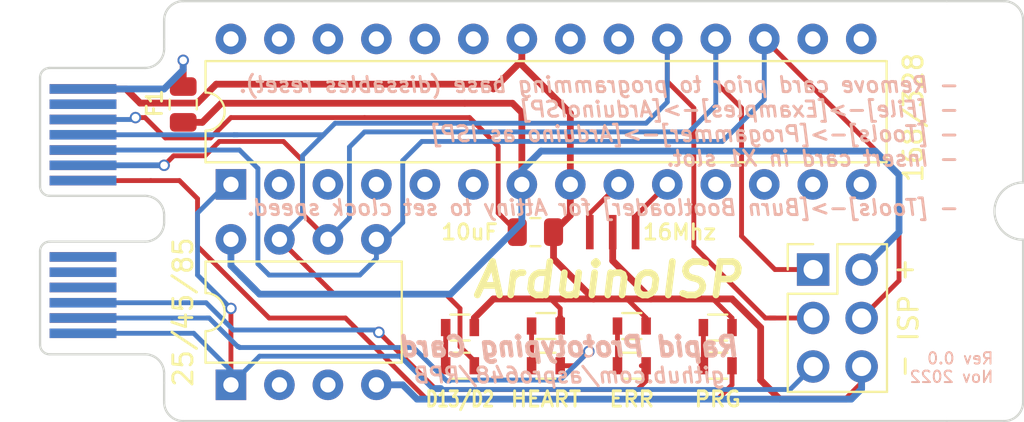
<source format=kicad_pcb>
(kicad_pcb (version 20171130) (host pcbnew "(5.1.10)-1")

  (general
    (thickness 1.6)
    (drawings 12)
    (tracks 204)
    (zones 0)
    (modules 15)
    (nets 18)
  )

  (page A)
  (title_block
    (title "Beetje 32U4 Blok")
    (date 2018-08-10)
    (rev 0.0)
    (company www.MakersBox.us)
    (comment 1 648.ken@gmail.com)
  )

  (layers
    (0 F.Cu signal)
    (31 B.Cu signal)
    (32 B.Adhes user)
    (33 F.Adhes user)
    (34 B.Paste user)
    (35 F.Paste user)
    (36 B.SilkS user)
    (37 F.SilkS user)
    (38 B.Mask user)
    (39 F.Mask user hide)
    (40 Dwgs.User user hide)
    (41 Cmts.User user)
    (42 Eco1.User user)
    (43 Eco2.User user)
    (44 Edge.Cuts user)
    (45 Margin user)
    (46 B.CrtYd user hide)
    (47 F.CrtYd user)
    (48 B.Fab user hide)
    (49 F.Fab user)
  )

  (setup
    (last_trace_width 0.254)
    (user_trace_width 0.3048)
    (user_trace_width 0.3556)
    (user_trace_width 0.4064)
    (user_trace_width 0.6096)
    (trace_clearance 0.2)
    (zone_clearance 0.35)
    (zone_45_only no)
    (trace_min 0.2)
    (via_size 0.6)
    (via_drill 0.4)
    (via_min_size 0.4)
    (via_min_drill 0.3)
    (uvia_size 0.3)
    (uvia_drill 0.1)
    (uvias_allowed no)
    (uvia_min_size 0.2)
    (uvia_min_drill 0.1)
    (edge_width 0.15)
    (segment_width 0.2)
    (pcb_text_width 0.3)
    (pcb_text_size 1.5 1.5)
    (mod_edge_width 0.15)
    (mod_text_size 1 1)
    (mod_text_width 0.15)
    (pad_size 0.5 3.500001)
    (pad_drill 0)
    (pad_to_mask_clearance 0)
    (aux_axis_origin 0 0)
    (visible_elements 7FFFFFFF)
    (pcbplotparams
      (layerselection 0x010f0_80000001)
      (usegerberextensions false)
      (usegerberattributes true)
      (usegerberadvancedattributes true)
      (creategerberjobfile true)
      (excludeedgelayer true)
      (linewidth 0.100000)
      (plotframeref false)
      (viasonmask false)
      (mode 1)
      (useauxorigin false)
      (hpglpennumber 1)
      (hpglpenspeed 20)
      (hpglpendiameter 15.000000)
      (psnegative false)
      (psa4output false)
      (plotreference true)
      (plotvalue true)
      (plotinvisibletext false)
      (padsonsilk false)
      (subtractmaskfromsilk false)
      (outputformat 1)
      (mirror false)
      (drillshape 0)
      (scaleselection 1)
      (outputdirectory "gerbers/"))
  )

  (net 0 "")
  (net 1 GND)
  (net 2 +5V)
  (net 3 /RESET)
  (net 4 /LED_HB)
  (net 5 "Net-(D1-Pad1)")
  (net 6 "Net-(D2-Pad1)")
  (net 7 /LED_ERR)
  (net 8 /LED_PMODE)
  (net 9 "Net-(D3-Pad1)")
  (net 10 /MISO)
  (net 11 /SCK)
  (net 12 /MOSI)
  (net 13 /RST)
  (net 14 "Net-(U2-Pad9)")
  (net 15 "Net-(U2-Pad10)")
  (net 16 "Net-(D4-Pad1)")
  (net 17 "Net-(F1-Pad1)")

  (net_class Default "This is the default net class."
    (clearance 0.2)
    (trace_width 0.254)
    (via_dia 0.6)
    (via_drill 0.4)
    (uvia_dia 0.3)
    (uvia_drill 0.1)
    (add_net +5V)
    (add_net /LED_ERR)
    (add_net /LED_HB)
    (add_net /LED_PMODE)
    (add_net /MISO)
    (add_net /MOSI)
    (add_net /RESET)
    (add_net /RST)
    (add_net /SCK)
    (add_net GND)
    (add_net "Net-(D1-Pad1)")
    (add_net "Net-(D2-Pad1)")
    (add_net "Net-(D3-Pad1)")
    (add_net "Net-(D4-Pad1)")
    (add_net "Net-(F1-Pad1)")
    (add_net "Net-(U2-Pad10)")
    (add_net "Net-(U2-Pad9)")
  )

  (module footprints:R_0603 (layer F.Cu) (tedit 638D4183) (tstamp 637C6CED)
    (at 31 -2)
    (descr "Resistor SMD 0603, reflow soldering, Vishay (see dcrcw.pdf)")
    (tags "resistor 0603")
    (path /63821381)
    (attr smd)
    (fp_text reference D2 (at 1.905 0 180) (layer Dwgs.User)
      (effects (font (size 1 1) (thickness 0.15)))
    )
    (fp_text value ERR (at 0 1.75 180) (layer F.SilkS)
      (effects (font (size 0.8 0.8) (thickness 0.15)))
    )
    (fp_line (start -0.8 0.4) (end -0.8 -0.4) (layer F.Fab) (width 0.1))
    (fp_line (start 0.8 0.4) (end -0.8 0.4) (layer F.Fab) (width 0.1))
    (fp_line (start 0.8 -0.4) (end 0.8 0.4) (layer F.Fab) (width 0.1))
    (fp_line (start -0.8 -0.4) (end 0.8 -0.4) (layer F.Fab) (width 0.1))
    (fp_line (start 0.5 0.68) (end -0.5 0.68) (layer F.SilkS) (width 0.12))
    (fp_line (start -0.5 -0.68) (end 0.5 -0.68) (layer F.SilkS) (width 0.12))
    (fp_line (start -1.25 -0.7) (end 1.25 -0.7) (layer F.CrtYd) (width 0.05))
    (fp_line (start -1.25 -0.7) (end -1.25 0.7) (layer F.CrtYd) (width 0.05))
    (fp_line (start 1.25 0.7) (end 1.25 -0.7) (layer F.CrtYd) (width 0.05))
    (fp_line (start 1.25 0.7) (end -1.25 0.7) (layer F.CrtYd) (width 0.05))
    (fp_text user %R (at 0 0 180) (layer F.Fab)
      (effects (font (size 0.4 0.4) (thickness 0.075)))
    )
    (pad 1 smd rect (at -0.75 0) (size 0.5 0.9) (layers F.Cu F.Paste F.Mask)
      (net 6 "Net-(D2-Pad1)"))
    (pad 2 smd rect (at 0.75 0) (size 0.5 0.9) (layers F.Cu F.Paste F.Mask)
      (net 7 /LED_ERR))
    (model ${KISYS3DMOD}/LED_SMD.3dshapes/LED_0805_2012Metric.step
      (at (xyz 0 0 0))
      (scale (xyz 1 1 1))
      (rotate (xyz 0 0 0))
    )
  )

  (module footprints:R_0603 (layer F.Cu) (tedit 636E7A48) (tstamp 637DA7AF)
    (at 35.5 -4 180)
    (descr "Resistor SMD 0603, reflow soldering, Vishay (see dcrcw.pdf)")
    (tags "resistor 0603")
    (path /638224E9)
    (attr smd)
    (fp_text reference R4 (at 1.905 0 180) (layer Dwgs.User)
      (effects (font (size 1 1) (thickness 0.15)))
    )
    (fp_text value 1K (at -1.905 0 180) (layer F.Fab)
      (effects (font (size 1 1) (thickness 0.15)))
    )
    (fp_line (start -0.8 0.4) (end -0.8 -0.4) (layer F.Fab) (width 0.1))
    (fp_line (start 0.8 0.4) (end -0.8 0.4) (layer F.Fab) (width 0.1))
    (fp_line (start 0.8 -0.4) (end 0.8 0.4) (layer F.Fab) (width 0.1))
    (fp_line (start -0.8 -0.4) (end 0.8 -0.4) (layer F.Fab) (width 0.1))
    (fp_line (start 0.5 0.68) (end -0.5 0.68) (layer F.SilkS) (width 0.12))
    (fp_line (start -0.5 -0.68) (end 0.5 -0.68) (layer F.SilkS) (width 0.12))
    (fp_line (start -1.25 -0.7) (end 1.25 -0.7) (layer F.CrtYd) (width 0.05))
    (fp_line (start -1.25 -0.7) (end -1.25 0.7) (layer F.CrtYd) (width 0.05))
    (fp_line (start 1.25 0.7) (end 1.25 -0.7) (layer F.CrtYd) (width 0.05))
    (fp_line (start 1.25 0.7) (end -1.25 0.7) (layer F.CrtYd) (width 0.05))
    (fp_text user %R (at 0 0 180) (layer F.Fab)
      (effects (font (size 0.4 0.4) (thickness 0.075)))
    )
    (pad 1 smd rect (at -0.75 0 180) (size 0.5 0.9) (layers F.Cu F.Paste F.Mask)
      (net 1 GND))
    (pad 2 smd rect (at 0.75 0 180) (size 0.5 0.9) (layers F.Cu F.Paste F.Mask)
      (net 9 "Net-(D3-Pad1)"))
    (model ${KISYS3DMOD}/Resistor_SMD.3dshapes/R_0603_1608Metric.step
      (at (xyz 0 0 0))
      (scale (xyz 1 1 1))
      (rotate (xyz 0 0 0))
    )
  )

  (module footprints:MEC8-113-CARD_2 locked (layer F.Cu) (tedit 637EA67F) (tstamp 63811A3B)
    (at 0 -0.1 90)
    (path /63771AB0)
    (fp_text reference X0 (at 4.375 -1.25 90) (layer F.Fab)
      (effects (font (size 1 1) (thickness 0.15)))
    )
    (fp_text value "Card Edge" (at 10.9 -1 90) (layer F.Fab)
      (effects (font (size 1 1) (thickness 0.15)))
    )
    (fp_line (start 21 50.5) (end 21 47.5) (layer Edge.Cuts) (width 0.12))
    (fp_line (start 19 51.5) (end 20 51.5) (layer Edge.Cuts) (width 0.12))
    (fp_line (start 0 51.5) (end 1 51.5) (layer Edge.Cuts) (width 0.12))
    (fp_line (start -1 50.5) (end -1 47.5) (layer Edge.Cuts) (width 0.12))
    (fp_line (start 19 6.5) (end 20 6.5) (layer Edge.Cuts) (width 0.12))
    (fp_line (start 0 6.5) (end 1 6.5) (layer Edge.Cuts) (width 0.12))
    (fp_line (start 17 0) (end 11.3 0) (layer Edge.Cuts) (width 0.12))
    (fp_line (start 3 0) (end 7.9 0) (layer Edge.Cuts) (width 0.12))
    (fp_line (start 9.4 6.5) (end 9.8 6.5) (layer Edge.Cuts) (width 0.12))
    (fp_line (start 10.8 5.5) (end 10.8 0.5) (layer Edge.Cuts) (width 0.12))
    (fp_line (start 8.4 0.5) (end 8.4 5.5) (layer Edge.Cuts) (width 0.12))
    (fp_line (start 2.5 0.5) (end 2.5 5.5) (layer Edge.Cuts) (width 0.12))
    (fp_line (start 17.5 0.5) (end 17.5 5.5) (layer Edge.Cuts) (width 0.12))
    (fp_line (start 18.5 6.5) (end 19 6.5) (layer Edge.Cuts) (width 0.12))
    (fp_line (start 1 6.5) (end 1.5 6.5) (layer Edge.Cuts) (width 0.12))
    (fp_line (start 10 11.5) (end 10 48.5) (layer Dwgs.User) (width 0.12))
    (fp_line (start 8.5 51.5) (end 1 51.5) (layer Edge.Cuts) (width 0.12))
    (fp_line (start 11.5 51.5) (end 19 51.5) (layer Edge.Cuts) (width 0.12))
    (fp_line (start 21 7.5) (end 21 47.5) (layer Edge.Cuts) (width 0.12))
    (fp_line (start -1 47.5) (end -1 7.5) (layer Edge.Cuts) (width 0.12))
    (fp_arc (start 10 51.5) (end 13.5 51.5) (angle -180) (layer Dwgs.User) (width 0.12))
    (fp_arc (start 3 0.5) (end 3 0) (angle -90) (layer Edge.Cuts) (width 0.12))
    (fp_arc (start 17 0.5) (end 17.5 0.5) (angle -90) (layer Edge.Cuts) (width 0.12))
    (fp_arc (start 11.3 0.5) (end 11.3 0) (angle -90) (layer Edge.Cuts) (width 0.12))
    (fp_arc (start 7.9 0.5) (end 8.4 0.5) (angle -90) (layer Edge.Cuts) (width 0.12))
    (fp_arc (start 9.8 5.5) (end 9.8 6.5) (angle -90) (layer Edge.Cuts) (width 0.12))
    (fp_arc (start 9.4 5.5) (end 8.4 5.5) (angle -90) (layer Edge.Cuts) (width 0.12))
    (fp_arc (start 1.5 5.5) (end 1.5 6.5) (angle -90) (layer Edge.Cuts) (width 0.12))
    (fp_arc (start 18.5 5.5) (end 17.5 5.5) (angle -90) (layer Edge.Cuts) (width 0.12))
    (fp_arc (start 20 7.5) (end 21 7.5) (angle -90) (layer Edge.Cuts) (width 0.12))
    (fp_arc (start 0 7.5) (end 0 6.5) (angle -90) (layer Edge.Cuts) (width 0.12))
    (fp_arc (start 0 50.5) (end -1 50.5) (angle -90) (layer Edge.Cuts) (width 0.12))
    (fp_arc (start 20 50.5) (end 20 51.5) (angle -90) (layer Edge.Cuts) (width 0.12))
    (fp_arc (start 10 51.5) (end 11.5 51.5) (angle -180) (layer Edge.Cuts) (width 0.12))
    (pad 13 smd rect (at 16.4 2.25 90) (size 0.5 3.5) (layers B.Cu B.Paste B.Mask)
      (net 17 "Net-(F1-Pad1)"))
    (pad 26 smd rect (at 16.4 2.25 90) (size 0.5 3.5) (layers F.Cu F.Paste F.Mask)
      (net 1 GND))
    (pad 12 smd rect (at 15.6 2.25 90) (size 0.5 3.5) (layers B.Cu B.Paste B.Mask))
    (pad 25 smd rect (at 15.6 2.25 90) (size 0.5 3.5) (layers F.Cu F.Paste F.Mask))
    (pad 11 smd rect (at 14.8 2.25 90) (size 0.5 3.5) (layers B.Cu B.Paste B.Mask)
      (net 3 /RESET))
    (pad 24 smd rect (at 14.8 2.25 90) (size 0.5 3.5) (layers F.Cu F.Paste F.Mask))
    (pad 10 smd rect (at 14 2.25 90) (size 0.5 3.5) (layers B.Cu B.Paste B.Mask)
      (net 11 /SCK))
    (pad 23 smd rect (at 14 2.25 90) (size 0.5 3.5) (layers F.Cu F.Paste F.Mask))
    (pad 9 smd rect (at 13.2 2.25 90) (size 0.5 3.5) (layers B.Cu B.Paste B.Mask)
      (net 12 /MOSI))
    (pad 22 smd rect (at 13.2 2.25 90) (size 0.5 3.5) (layers F.Cu F.Paste F.Mask))
    (pad 8 smd rect (at 12.4 2.25 90) (size 0.5 3.5) (layers B.Cu B.Paste B.Mask)
      (net 10 /MISO))
    (pad 21 smd rect (at 12.4 2.25 90) (size 0.5 3.5) (layers F.Cu F.Paste F.Mask))
    (pad 7 smd rect (at 11.6 2.25 90) (size 0.5 3.5) (layers B.Cu B.Paste B.Mask))
    (pad 20 smd rect (at 11.6 2.25 90) (size 0.5 3.5) (layers F.Cu F.Paste F.Mask)
      (net 8 /LED_PMODE))
    (pad 6 smd rect (at 7.6 2.25 90) (size 0.5 3.5) (layers B.Cu B.Paste B.Mask))
    (pad 19 smd rect (at 7.6 2.25 90) (size 0.5 3.5) (layers F.Cu F.Paste F.Mask))
    (pad 5 smd rect (at 6.8 2.25 90) (size 0.5 3.5) (layers B.Cu B.Paste B.Mask))
    (pad 18 smd rect (at 6.8 2.25 90) (size 0.5 3.5) (layers F.Cu F.Paste F.Mask))
    (pad 4 smd rect (at 6 2.25 90) (size 0.5 3.5) (layers B.Cu B.Paste B.Mask))
    (pad 17 smd rect (at 6 2.25 90) (size 0.5 3.5) (layers F.Cu F.Paste F.Mask))
    (pad 3 smd rect (at 5.2 2.25 90) (size 0.5 3.5) (layers B.Cu B.Paste B.Mask)
      (net 7 /LED_ERR))
    (pad 16 smd rect (at 5.2 2.25 90) (size 0.5 3.5) (layers F.Cu F.Paste F.Mask))
    (pad 2 smd rect (at 4.4 2.25 90) (size 0.5 3.5) (layers B.Cu B.Paste B.Mask)
      (net 4 /LED_HB))
    (pad 15 smd rect (at 4.4 2.25 90) (size 0.5 3.5) (layers F.Cu F.Paste F.Mask))
    (pad 1 smd rect (at 3.6 2.25 90) (size 0.5 3.5) (layers B.Cu B.Paste B.Mask)
      (net 13 /RST))
    (pad 14 smd rect (at 3.6 2.25 90) (size 0.5 3.5) (layers F.Cu F.Paste F.Mask))
  )

  (module Capacitor_SMD:C_0805_2012Metric (layer F.Cu) (tedit 5F68FEEE) (tstamp 637C718D)
    (at 25.95 -9)
    (descr "Capacitor SMD 0805 (2012 Metric), square (rectangular) end terminal, IPC_7351 nominal, (Body size source: IPC-SM-782 page 76, https://www.pcb-3d.com/wordpress/wp-content/uploads/ipc-sm-782a_amendment_1_and_2.pdf, https://docs.google.com/spreadsheets/d/1BsfQQcO9C6DZCsRaXUlFlo91Tg2WpOkGARC1WS5S8t0/edit?usp=sharing), generated with kicad-footprint-generator")
    (tags capacitor)
    (path /63842E4D)
    (attr smd)
    (fp_text reference C1 (at 0 -1.68) (layer F.SilkS) hide
      (effects (font (size 1 1) (thickness 0.15)))
    )
    (fp_text value 10uF (at -3.45 0) (layer F.SilkS)
      (effects (font (size 0.8 0.8) (thickness 0.15)))
    )
    (fp_line (start 1.7 0.98) (end -1.7 0.98) (layer F.CrtYd) (width 0.05))
    (fp_line (start 1.7 -0.98) (end 1.7 0.98) (layer F.CrtYd) (width 0.05))
    (fp_line (start -1.7 -0.98) (end 1.7 -0.98) (layer F.CrtYd) (width 0.05))
    (fp_line (start -1.7 0.98) (end -1.7 -0.98) (layer F.CrtYd) (width 0.05))
    (fp_line (start -0.261252 0.735) (end 0.261252 0.735) (layer F.SilkS) (width 0.12))
    (fp_line (start -0.261252 -0.735) (end 0.261252 -0.735) (layer F.SilkS) (width 0.12))
    (fp_line (start 1 0.625) (end -1 0.625) (layer F.Fab) (width 0.1))
    (fp_line (start 1 -0.625) (end 1 0.625) (layer F.Fab) (width 0.1))
    (fp_line (start -1 -0.625) (end 1 -0.625) (layer F.Fab) (width 0.1))
    (fp_line (start -1 0.625) (end -1 -0.625) (layer F.Fab) (width 0.1))
    (fp_text user %R (at 0 0) (layer F.Fab)
      (effects (font (size 0.5 0.5) (thickness 0.08)))
    )
    (pad 1 smd roundrect (at -0.95 0) (size 1 1.45) (layers F.Cu F.Paste F.Mask) (roundrect_rratio 0.25)
      (net 3 /RESET))
    (pad 2 smd roundrect (at 0.95 0) (size 1 1.45) (layers F.Cu F.Paste F.Mask) (roundrect_rratio 0.25)
      (net 1 GND))
    (model ${KISYS3DMOD}/Capacitor_SMD.3dshapes/C_0805_2012Metric.wrl
      (at (xyz 0 0 0))
      (scale (xyz 1 1 1))
      (rotate (xyz 0 0 0))
    )
  )

  (module footprints:R_0603 (layer F.Cu) (tedit 636E7A48) (tstamp 637C6A1A)
    (at 26.5 -4.08 180)
    (descr "Resistor SMD 0603, reflow soldering, Vishay (see dcrcw.pdf)")
    (tags "resistor 0603")
    (path /63821ACB)
    (attr smd)
    (fp_text reference R2 (at 1.905 0 180) (layer Dwgs.User)
      (effects (font (size 1 1) (thickness 0.15)))
    )
    (fp_text value 1K (at -1.905 0 180) (layer F.Fab)
      (effects (font (size 1 1) (thickness 0.15)))
    )
    (fp_line (start -0.8 0.4) (end -0.8 -0.4) (layer F.Fab) (width 0.1))
    (fp_line (start 0.8 0.4) (end -0.8 0.4) (layer F.Fab) (width 0.1))
    (fp_line (start 0.8 -0.4) (end 0.8 0.4) (layer F.Fab) (width 0.1))
    (fp_line (start -0.8 -0.4) (end 0.8 -0.4) (layer F.Fab) (width 0.1))
    (fp_line (start 0.5 0.68) (end -0.5 0.68) (layer F.SilkS) (width 0.12))
    (fp_line (start -0.5 -0.68) (end 0.5 -0.68) (layer F.SilkS) (width 0.12))
    (fp_line (start -1.25 -0.7) (end 1.25 -0.7) (layer F.CrtYd) (width 0.05))
    (fp_line (start -1.25 -0.7) (end -1.25 0.7) (layer F.CrtYd) (width 0.05))
    (fp_line (start 1.25 0.7) (end 1.25 -0.7) (layer F.CrtYd) (width 0.05))
    (fp_line (start 1.25 0.7) (end -1.25 0.7) (layer F.CrtYd) (width 0.05))
    (fp_text user %R (at 0 0 180) (layer F.Fab)
      (effects (font (size 0.4 0.4) (thickness 0.075)))
    )
    (pad 1 smd rect (at -0.75 0 180) (size 0.5 0.9) (layers F.Cu F.Paste F.Mask)
      (net 1 GND))
    (pad 2 smd rect (at 0.75 0 180) (size 0.5 0.9) (layers F.Cu F.Paste F.Mask)
      (net 5 "Net-(D1-Pad1)"))
    (model ${KISYS3DMOD}/Resistor_SMD.3dshapes/R_0603_1608Metric.step
      (at (xyz 0 0 0))
      (scale (xyz 1 1 1))
      (rotate (xyz 0 0 0))
    )
  )

  (module footprints:R_0603 (layer F.Cu) (tedit 636E7A48) (tstamp 637DA082)
    (at 22 -4 180)
    (descr "Resistor SMD 0603, reflow soldering, Vishay (see dcrcw.pdf)")
    (tags "resistor 0603")
    (path /63878434)
    (attr smd)
    (fp_text reference R1 (at 1.905 0 180) (layer Dwgs.User)
      (effects (font (size 1 1) (thickness 0.15)))
    )
    (fp_text value 1K (at -1.905 0 180) (layer F.Fab)
      (effects (font (size 1 1) (thickness 0.15)))
    )
    (fp_line (start 1.25 0.7) (end -1.25 0.7) (layer F.CrtYd) (width 0.05))
    (fp_line (start 1.25 0.7) (end 1.25 -0.7) (layer F.CrtYd) (width 0.05))
    (fp_line (start -1.25 -0.7) (end -1.25 0.7) (layer F.CrtYd) (width 0.05))
    (fp_line (start -1.25 -0.7) (end 1.25 -0.7) (layer F.CrtYd) (width 0.05))
    (fp_line (start -0.5 -0.68) (end 0.5 -0.68) (layer F.SilkS) (width 0.12))
    (fp_line (start 0.5 0.68) (end -0.5 0.68) (layer F.SilkS) (width 0.12))
    (fp_line (start -0.8 -0.4) (end 0.8 -0.4) (layer F.Fab) (width 0.1))
    (fp_line (start 0.8 -0.4) (end 0.8 0.4) (layer F.Fab) (width 0.1))
    (fp_line (start 0.8 0.4) (end -0.8 0.4) (layer F.Fab) (width 0.1))
    (fp_line (start -0.8 0.4) (end -0.8 -0.4) (layer F.Fab) (width 0.1))
    (fp_text user %R (at 0 0 180) (layer F.Fab)
      (effects (font (size 0.4 0.4) (thickness 0.075)))
    )
    (pad 2 smd rect (at 0.75 0 180) (size 0.5 0.9) (layers F.Cu F.Paste F.Mask)
      (net 16 "Net-(D4-Pad1)"))
    (pad 1 smd rect (at -0.75 0 180) (size 0.5 0.9) (layers F.Cu F.Paste F.Mask)
      (net 1 GND))
    (model ${KISYS3DMOD}/Resistor_SMD.3dshapes/R_0603_1608Metric.step
      (at (xyz 0 0 0))
      (scale (xyz 1 1 1))
      (rotate (xyz 0 0 0))
    )
  )

  (module footprints:R_0603 (layer F.Cu) (tedit 636E7A48) (tstamp 637DAFAC)
    (at 22 -2)
    (descr "Resistor SMD 0603, reflow soldering, Vishay (see dcrcw.pdf)")
    (tags "resistor 0603")
    (path /63878055)
    (attr smd)
    (fp_text reference D4 (at 1.905 0 180) (layer Dwgs.User)
      (effects (font (size 1 1) (thickness 0.15)))
    )
    (fp_text value D13/D2 (at 0 1.75 180) (layer F.SilkS)
      (effects (font (size 0.8 0.6) (thickness 0.15)))
    )
    (fp_line (start -0.8 0.4) (end -0.8 -0.4) (layer F.Fab) (width 0.1))
    (fp_line (start 0.8 0.4) (end -0.8 0.4) (layer F.Fab) (width 0.1))
    (fp_line (start 0.8 -0.4) (end 0.8 0.4) (layer F.Fab) (width 0.1))
    (fp_line (start -0.8 -0.4) (end 0.8 -0.4) (layer F.Fab) (width 0.1))
    (fp_line (start 0.5 0.68) (end -0.5 0.68) (layer F.SilkS) (width 0.12))
    (fp_line (start -0.5 -0.68) (end 0.5 -0.68) (layer F.SilkS) (width 0.12))
    (fp_line (start -1.25 -0.7) (end 1.25 -0.7) (layer F.CrtYd) (width 0.05))
    (fp_line (start -1.25 -0.7) (end -1.25 0.7) (layer F.CrtYd) (width 0.05))
    (fp_line (start 1.25 0.7) (end 1.25 -0.7) (layer F.CrtYd) (width 0.05))
    (fp_line (start 1.25 0.7) (end -1.25 0.7) (layer F.CrtYd) (width 0.05))
    (fp_text user %R (at 0 0 180) (layer F.Fab)
      (effects (font (size 0.4 0.4) (thickness 0.075)))
    )
    (pad 1 smd rect (at -0.75 0) (size 0.5 0.9) (layers F.Cu F.Paste F.Mask)
      (net 16 "Net-(D4-Pad1)"))
    (pad 2 smd rect (at 0.75 0) (size 0.5 0.9) (layers F.Cu F.Paste F.Mask)
      (net 11 /SCK))
    (model ${KISYS3DMOD}/Resistors_SMD.3dshapes/R_0603.wrl
      (at (xyz 0 0 0))
      (scale (xyz 1 1 1))
      (rotate (xyz 0 0 0))
    )
    (model ${KISYS3DMOD}/LED_SMD.3dshapes/LED_0805_2012Metric.wrl
      (at (xyz 0 0 0))
      (scale (xyz 1 1 1))
      (rotate (xyz 0 0 0))
    )
  )

  (module footprints:R_0603 (layer F.Cu) (tedit 636E7A48) (tstamp 637C6E18)
    (at 26.5 -2)
    (descr "Resistor SMD 0603, reflow soldering, Vishay (see dcrcw.pdf)")
    (tags "resistor 0603")
    (path /63820BA2)
    (attr smd)
    (fp_text reference D1 (at 1.905 0 180) (layer Dwgs.User)
      (effects (font (size 1 1) (thickness 0.15)))
    )
    (fp_text value HEART (at 0 1.75 180) (layer F.SilkS)
      (effects (font (size 0.8 0.8) (thickness 0.15)))
    )
    (fp_line (start 1.25 0.7) (end -1.25 0.7) (layer F.CrtYd) (width 0.05))
    (fp_line (start 1.25 0.7) (end 1.25 -0.7) (layer F.CrtYd) (width 0.05))
    (fp_line (start -1.25 -0.7) (end -1.25 0.7) (layer F.CrtYd) (width 0.05))
    (fp_line (start -1.25 -0.7) (end 1.25 -0.7) (layer F.CrtYd) (width 0.05))
    (fp_line (start -0.5 -0.68) (end 0.5 -0.68) (layer F.SilkS) (width 0.12))
    (fp_line (start 0.5 0.68) (end -0.5 0.68) (layer F.SilkS) (width 0.12))
    (fp_line (start -0.8 -0.4) (end 0.8 -0.4) (layer F.Fab) (width 0.1))
    (fp_line (start 0.8 -0.4) (end 0.8 0.4) (layer F.Fab) (width 0.1))
    (fp_line (start 0.8 0.4) (end -0.8 0.4) (layer F.Fab) (width 0.1))
    (fp_line (start -0.8 0.4) (end -0.8 -0.4) (layer F.Fab) (width 0.1))
    (fp_text user %R (at 0 0 180) (layer F.Fab)
      (effects (font (size 0.4 0.4) (thickness 0.075)))
    )
    (pad 2 smd rect (at 0.75 0) (size 0.5 0.9) (layers F.Cu F.Paste F.Mask)
      (net 4 /LED_HB))
    (pad 1 smd rect (at -0.75 0) (size 0.5 0.9) (layers F.Cu F.Paste F.Mask)
      (net 5 "Net-(D1-Pad1)"))
    (model ${KISYS3DMOD}/LED_SMD.3dshapes/LED_0805_2012Metric.wrl
      (at (xyz 0 0 0))
      (scale (xyz 1 1 1))
      (rotate (xyz 0 0 0))
    )
  )

  (module footprints:R_0603 (layer F.Cu) (tedit 636E7A48) (tstamp 637DA848)
    (at 35.5 -2)
    (descr "Resistor SMD 0603, reflow soldering, Vishay (see dcrcw.pdf)")
    (tags "resistor 0603")
    (path /638216EC)
    (attr smd)
    (fp_text reference D3 (at 1.905 0 180) (layer Dwgs.User)
      (effects (font (size 1 1) (thickness 0.15)))
    )
    (fp_text value PRG (at 0 1.75 180) (layer F.SilkS)
      (effects (font (size 0.8 0.8) (thickness 0.15)))
    )
    (fp_line (start 1.25 0.7) (end -1.25 0.7) (layer F.CrtYd) (width 0.05))
    (fp_line (start 1.25 0.7) (end 1.25 -0.7) (layer F.CrtYd) (width 0.05))
    (fp_line (start -1.25 -0.7) (end -1.25 0.7) (layer F.CrtYd) (width 0.05))
    (fp_line (start -1.25 -0.7) (end 1.25 -0.7) (layer F.CrtYd) (width 0.05))
    (fp_line (start -0.5 -0.68) (end 0.5 -0.68) (layer F.SilkS) (width 0.12))
    (fp_line (start 0.5 0.68) (end -0.5 0.68) (layer F.SilkS) (width 0.12))
    (fp_line (start -0.8 -0.4) (end 0.8 -0.4) (layer F.Fab) (width 0.1))
    (fp_line (start 0.8 -0.4) (end 0.8 0.4) (layer F.Fab) (width 0.1))
    (fp_line (start 0.8 0.4) (end -0.8 0.4) (layer F.Fab) (width 0.1))
    (fp_line (start -0.8 0.4) (end -0.8 -0.4) (layer F.Fab) (width 0.1))
    (fp_text user %R (at 0 0 180) (layer F.Fab)
      (effects (font (size 0.4 0.4) (thickness 0.075)))
    )
    (pad 2 smd rect (at 0.75 0) (size 0.5 0.9) (layers F.Cu F.Paste F.Mask)
      (net 8 /LED_PMODE))
    (pad 1 smd rect (at -0.75 0) (size 0.5 0.9) (layers F.Cu F.Paste F.Mask)
      (net 9 "Net-(D3-Pad1)"))
    (model ${KISYS3DMOD}/LED_SMD.3dshapes/LED_0805_2012Metric.step
      (at (xyz 0 0 0))
      (scale (xyz 1 1 1))
      (rotate (xyz 0 0 0))
    )
  )

  (module footprints:R_0603 (layer F.Cu) (tedit 636E7A48) (tstamp 638D1C54)
    (at 31 -4.08 180)
    (descr "Resistor SMD 0603, reflow soldering, Vishay (see dcrcw.pdf)")
    (tags "resistor 0603")
    (path /6382224C)
    (attr smd)
    (fp_text reference R3 (at 1.905 0 180) (layer Dwgs.User)
      (effects (font (size 1 1) (thickness 0.15)))
    )
    (fp_text value 1K (at -1.905 0 180) (layer F.Fab)
      (effects (font (size 1 1) (thickness 0.15)))
    )
    (fp_line (start 1.25 0.7) (end -1.25 0.7) (layer F.CrtYd) (width 0.05))
    (fp_line (start 1.25 0.7) (end 1.25 -0.7) (layer F.CrtYd) (width 0.05))
    (fp_line (start -1.25 -0.7) (end -1.25 0.7) (layer F.CrtYd) (width 0.05))
    (fp_line (start -1.25 -0.7) (end 1.25 -0.7) (layer F.CrtYd) (width 0.05))
    (fp_line (start -0.5 -0.68) (end 0.5 -0.68) (layer F.SilkS) (width 0.12))
    (fp_line (start 0.5 0.68) (end -0.5 0.68) (layer F.SilkS) (width 0.12))
    (fp_line (start -0.8 -0.4) (end 0.8 -0.4) (layer F.Fab) (width 0.1))
    (fp_line (start 0.8 -0.4) (end 0.8 0.4) (layer F.Fab) (width 0.1))
    (fp_line (start 0.8 0.4) (end -0.8 0.4) (layer F.Fab) (width 0.1))
    (fp_line (start -0.8 0.4) (end -0.8 -0.4) (layer F.Fab) (width 0.1))
    (fp_text user %R (at 0 0 180) (layer F.Fab)
      (effects (font (size 0.4 0.4) (thickness 0.075)))
    )
    (pad 2 smd rect (at 0.75 0 180) (size 0.5 0.9) (layers F.Cu F.Paste F.Mask)
      (net 6 "Net-(D2-Pad1)"))
    (pad 1 smd rect (at -0.75 0 180) (size 0.5 0.9) (layers F.Cu F.Paste F.Mask)
      (net 1 GND))
    (model ${KISYS3DMOD}/Resistor_SMD.3dshapes/R_0603_1608Metric.step
      (at (xyz 0 0 0))
      (scale (xyz 1 1 1))
      (rotate (xyz 0 0 0))
    )
  )

  (module Package_DIP:DIP-28_W7.62mm (layer F.Cu) (tedit 5A02E8C5) (tstamp 637C62A6)
    (at 10 -11.5 90)
    (descr "28-lead though-hole mounted DIP package, row spacing 7.62 mm (300 mils)")
    (tags "THT DIP DIL PDIP 2.54mm 7.62mm 300mil")
    (path /637F79BA)
    (fp_text reference U2 (at 3.81 -2.33 90) (layer F.SilkS) hide
      (effects (font (size 1 1) (thickness 0.15)))
    )
    (fp_text value 168/328 (at 3.5 35.75 90) (layer F.SilkS)
      (effects (font (size 1 1) (thickness 0.15)))
    )
    (fp_line (start 8.7 -1.55) (end -1.1 -1.55) (layer F.CrtYd) (width 0.05))
    (fp_line (start 8.7 34.55) (end 8.7 -1.55) (layer F.CrtYd) (width 0.05))
    (fp_line (start -1.1 34.55) (end 8.7 34.55) (layer F.CrtYd) (width 0.05))
    (fp_line (start -1.1 -1.55) (end -1.1 34.55) (layer F.CrtYd) (width 0.05))
    (fp_line (start 6.46 -1.33) (end 4.81 -1.33) (layer F.SilkS) (width 0.12))
    (fp_line (start 6.46 34.35) (end 6.46 -1.33) (layer F.SilkS) (width 0.12))
    (fp_line (start 1.16 34.35) (end 6.46 34.35) (layer F.SilkS) (width 0.12))
    (fp_line (start 1.16 -1.33) (end 1.16 34.35) (layer F.SilkS) (width 0.12))
    (fp_line (start 2.81 -1.33) (end 1.16 -1.33) (layer F.SilkS) (width 0.12))
    (fp_line (start 0.635 -0.27) (end 1.635 -1.27) (layer F.Fab) (width 0.1))
    (fp_line (start 0.635 34.29) (end 0.635 -0.27) (layer F.Fab) (width 0.1))
    (fp_line (start 6.985 34.29) (end 0.635 34.29) (layer F.Fab) (width 0.1))
    (fp_line (start 6.985 -1.27) (end 6.985 34.29) (layer F.Fab) (width 0.1))
    (fp_line (start 1.635 -1.27) (end 6.985 -1.27) (layer F.Fab) (width 0.1))
    (fp_arc (start 3.81 -1.33) (end 2.81 -1.33) (angle -180) (layer F.SilkS) (width 0.12))
    (fp_text user %R (at 3.81 16.51 90) (layer F.Fab)
      (effects (font (size 1 1) (thickness 0.15)))
    )
    (pad 1 thru_hole rect (at 0 0 90) (size 1.6 1.6) (drill 0.8) (layers *.Cu *.Mask)
      (net 13 /RST))
    (pad 15 thru_hole oval (at 7.62 33.02 90) (size 1.6 1.6) (drill 0.8) (layers *.Cu *.Mask))
    (pad 2 thru_hole oval (at 0 2.54 90) (size 1.6 1.6) (drill 0.8) (layers *.Cu *.Mask))
    (pad 16 thru_hole oval (at 7.62 30.48 90) (size 1.6 1.6) (drill 0.8) (layers *.Cu *.Mask))
    (pad 3 thru_hole oval (at 0 5.08 90) (size 1.6 1.6) (drill 0.8) (layers *.Cu *.Mask))
    (pad 17 thru_hole oval (at 7.62 27.94 90) (size 1.6 1.6) (drill 0.8) (layers *.Cu *.Mask)
      (net 12 /MOSI))
    (pad 4 thru_hole oval (at 0 7.62 90) (size 1.6 1.6) (drill 0.8) (layers *.Cu *.Mask))
    (pad 18 thru_hole oval (at 7.62 25.4 90) (size 1.6 1.6) (drill 0.8) (layers *.Cu *.Mask)
      (net 10 /MISO))
    (pad 5 thru_hole oval (at 0 10.16 90) (size 1.6 1.6) (drill 0.8) (layers *.Cu *.Mask))
    (pad 19 thru_hole oval (at 7.62 22.86 90) (size 1.6 1.6) (drill 0.8) (layers *.Cu *.Mask)
      (net 11 /SCK))
    (pad 6 thru_hole oval (at 0 12.7 90) (size 1.6 1.6) (drill 0.8) (layers *.Cu *.Mask))
    (pad 20 thru_hole oval (at 7.62 20.32 90) (size 1.6 1.6) (drill 0.8) (layers *.Cu *.Mask))
    (pad 7 thru_hole oval (at 0 15.24 90) (size 1.6 1.6) (drill 0.8) (layers *.Cu *.Mask)
      (net 2 +5V))
    (pad 21 thru_hole oval (at 7.62 17.78 90) (size 1.6 1.6) (drill 0.8) (layers *.Cu *.Mask))
    (pad 8 thru_hole oval (at 0 17.78 90) (size 1.6 1.6) (drill 0.8) (layers *.Cu *.Mask)
      (net 1 GND))
    (pad 22 thru_hole oval (at 7.62 15.24 90) (size 1.6 1.6) (drill 0.8) (layers *.Cu *.Mask)
      (net 1 GND))
    (pad 9 thru_hole oval (at 0 20.32 90) (size 1.6 1.6) (drill 0.8) (layers *.Cu *.Mask)
      (net 14 "Net-(U2-Pad9)"))
    (pad 23 thru_hole oval (at 7.62 12.7 90) (size 1.6 1.6) (drill 0.8) (layers *.Cu *.Mask))
    (pad 10 thru_hole oval (at 0 22.86 90) (size 1.6 1.6) (drill 0.8) (layers *.Cu *.Mask)
      (net 15 "Net-(U2-Pad10)"))
    (pad 24 thru_hole oval (at 7.62 10.16 90) (size 1.6 1.6) (drill 0.8) (layers *.Cu *.Mask))
    (pad 11 thru_hole oval (at 0 25.4 90) (size 1.6 1.6) (drill 0.8) (layers *.Cu *.Mask))
    (pad 25 thru_hole oval (at 7.62 7.62 90) (size 1.6 1.6) (drill 0.8) (layers *.Cu *.Mask))
    (pad 12 thru_hole oval (at 0 27.94 90) (size 1.6 1.6) (drill 0.8) (layers *.Cu *.Mask))
    (pad 26 thru_hole oval (at 7.62 5.08 90) (size 1.6 1.6) (drill 0.8) (layers *.Cu *.Mask))
    (pad 13 thru_hole oval (at 0 30.48 90) (size 1.6 1.6) (drill 0.8) (layers *.Cu *.Mask))
    (pad 27 thru_hole oval (at 7.62 2.54 90) (size 1.6 1.6) (drill 0.8) (layers *.Cu *.Mask))
    (pad 14 thru_hole oval (at 0 33.02 90) (size 1.6 1.6) (drill 0.8) (layers *.Cu *.Mask))
    (pad 28 thru_hole oval (at 7.62 0 90) (size 1.6 1.6) (drill 0.8) (layers *.Cu *.Mask))
    (model ${KIPRJMOD}/3D/ED281DT--3DModel-STEP-56544.STEP
      (offset (xyz 3.5 -16.5 -3.5))
      (scale (xyz 1 1 1))
      (rotate (xyz -90 0 -90))
    )
  )

  (module footprints:Resonator_SMD_CTSC_1.3mmx3.2mm (layer F.Cu) (tedit 636FC12A) (tstamp 637C615B)
    (at 30 -9 180)
    (descr "SMD Resomator/Filter Murata TPSKA, http://cdn-reichelt.de/documents/datenblatt/B400/SFECV-107.pdf, hand-soldering, 7.9x3.8mm^2 package")
    (tags "SMD SMT ceramic resonator filter filter hand-soldering")
    (path /6382A562)
    (attr smd)
    (fp_text reference Y1 (at -0.127 -1.27) (layer F.SilkS) hide
      (effects (font (size 1 1) (thickness 0.15)))
    )
    (fp_text value 16Mhz (at -3.5 0) (layer F.SilkS)
      (effects (font (size 0.8 0.8) (thickness 0.15)))
    )
    (fp_text user %R (at 0 0) (layer F.Fab)
      (effects (font (size 1 1) (thickness 0.15)))
    )
    (pad 1 smd rect (at -1.2 0 180) (size 0.4 1.8) (layers F.Cu F.Paste F.Mask)
      (net 15 "Net-(U2-Pad10)"))
    (pad 2 smd rect (at 0 0 180) (size 0.4 1.8) (layers F.Cu F.Paste F.Mask)
      (net 1 GND))
    (pad 3 smd rect (at 1.2 0 180) (size 0.4 1.8) (layers F.Cu F.Paste F.Mask)
      (net 14 "Net-(U2-Pad9)"))
    (model ${KISYS3DMOD}/Crystals.3dshapes/Resonator_SMD_muRata_TPSKA-3pin_7.9x3.8mm_HandSoldering.wrl
      (at (xyz 0 0 0))
      (scale (xyz 1 1 1))
      (rotate (xyz 0 0 0))
    )
    (model ${KIPRJMOD}/3D/resontator_CSTNE16M0V530000R0.STEP
      (at (xyz 0 0 0))
      (scale (xyz 1 1 1))
      (rotate (xyz -90 0 0))
    )
  )

  (module Package_DIP:DIP-8_W7.62mm (layer F.Cu) (tedit 5A02E8C5) (tstamp 637E52D5)
    (at 10 -1 90)
    (descr "8-lead though-hole mounted DIP package, row spacing 7.62 mm (300 mils)")
    (tags "THT DIP DIL PDIP 2.54mm 7.62mm 300mil")
    (path /6385AD11)
    (fp_text reference U1 (at 3.81 -2.33 90) (layer F.SilkS) hide
      (effects (font (size 1 1) (thickness 0.15)))
    )
    (fp_text value 25/45/85 (at 3.81 -2.5 90) (layer F.SilkS)
      (effects (font (size 1 1) (thickness 0.15)))
    )
    (fp_line (start 8.7 -1.55) (end -1.1 -1.55) (layer F.CrtYd) (width 0.05))
    (fp_line (start 8.7 9.15) (end 8.7 -1.55) (layer F.CrtYd) (width 0.05))
    (fp_line (start -1.1 9.15) (end 8.7 9.15) (layer F.CrtYd) (width 0.05))
    (fp_line (start -1.1 -1.55) (end -1.1 9.15) (layer F.CrtYd) (width 0.05))
    (fp_line (start 6.46 -1.33) (end 4.81 -1.33) (layer F.SilkS) (width 0.12))
    (fp_line (start 6.46 8.95) (end 6.46 -1.33) (layer F.SilkS) (width 0.12))
    (fp_line (start 1.16 8.95) (end 6.46 8.95) (layer F.SilkS) (width 0.12))
    (fp_line (start 1.16 -1.33) (end 1.16 8.95) (layer F.SilkS) (width 0.12))
    (fp_line (start 2.81 -1.33) (end 1.16 -1.33) (layer F.SilkS) (width 0.12))
    (fp_line (start 0.635 -0.27) (end 1.635 -1.27) (layer F.Fab) (width 0.1))
    (fp_line (start 0.635 8.89) (end 0.635 -0.27) (layer F.Fab) (width 0.1))
    (fp_line (start 6.985 8.89) (end 0.635 8.89) (layer F.Fab) (width 0.1))
    (fp_line (start 6.985 -1.27) (end 6.985 8.89) (layer F.Fab) (width 0.1))
    (fp_line (start 1.635 -1.27) (end 6.985 -1.27) (layer F.Fab) (width 0.1))
    (fp_arc (start 3.81 -1.33) (end 2.81 -1.33) (angle -180) (layer F.SilkS) (width 0.12))
    (fp_text user %R (at 3.81 3.81 90) (layer F.Fab)
      (effects (font (size 1 1) (thickness 0.15)))
    )
    (pad 1 thru_hole rect (at 0 0 90) (size 1.6 1.6) (drill 0.8) (layers *.Cu *.Mask)
      (net 13 /RST))
    (pad 5 thru_hole oval (at 7.62 7.62 90) (size 1.6 1.6) (drill 0.8) (layers *.Cu *.Mask)
      (net 12 /MOSI))
    (pad 2 thru_hole oval (at 0 2.54 90) (size 1.6 1.6) (drill 0.8) (layers *.Cu *.Mask))
    (pad 6 thru_hole oval (at 7.62 5.08 90) (size 1.6 1.6) (drill 0.8) (layers *.Cu *.Mask)
      (net 10 /MISO))
    (pad 3 thru_hole oval (at 0 5.08 90) (size 1.6 1.6) (drill 0.8) (layers *.Cu *.Mask))
    (pad 7 thru_hole oval (at 7.62 2.54 90) (size 1.6 1.6) (drill 0.8) (layers *.Cu *.Mask)
      (net 11 /SCK))
    (pad 4 thru_hole oval (at 0 7.62 90) (size 1.6 1.6) (drill 0.8) (layers *.Cu *.Mask)
      (net 1 GND))
    (pad 8 thru_hole oval (at 7.62 0 90) (size 1.6 1.6) (drill 0.8) (layers *.Cu *.Mask)
      (net 2 +5V))
    (model ${KIPRJMOD}/3D/c-1-2199298-2-a-3d.stp
      (offset (xyz 4 -4 4.5))
      (scale (xyz 1 1 1))
      (rotate (xyz 0 0 -90))
    )
  )

  (module Connector_PinHeader_2.54mm:PinHeader_2x03_P2.54mm_Vertical (layer F.Cu) (tedit 59FED5CC) (tstamp 637C7E5A)
    (at 40.5 -7.04)
    (descr "Through hole straight pin header, 2x03, 2.54mm pitch, double rows")
    (tags "Through hole pin header THT 2x03 2.54mm double row")
    (path /637F6C2A)
    (fp_text reference J1 (at 1.27 -2.33) (layer F.SilkS) hide
      (effects (font (size 1 1) (thickness 0.15)))
    )
    (fp_text value ISP (at 5 2.54 90) (layer F.SilkS)
      (effects (font (size 1 1) (thickness 0.15)))
    )
    (fp_line (start 4.35 -1.8) (end -1.8 -1.8) (layer F.CrtYd) (width 0.05))
    (fp_line (start 4.35 6.85) (end 4.35 -1.8) (layer F.CrtYd) (width 0.05))
    (fp_line (start -1.8 6.85) (end 4.35 6.85) (layer F.CrtYd) (width 0.05))
    (fp_line (start -1.8 -1.8) (end -1.8 6.85) (layer F.CrtYd) (width 0.05))
    (fp_line (start -1.33 -1.33) (end 0 -1.33) (layer F.SilkS) (width 0.12))
    (fp_line (start -1.33 0) (end -1.33 -1.33) (layer F.SilkS) (width 0.12))
    (fp_line (start 1.27 -1.33) (end 3.87 -1.33) (layer F.SilkS) (width 0.12))
    (fp_line (start 1.27 1.27) (end 1.27 -1.33) (layer F.SilkS) (width 0.12))
    (fp_line (start -1.33 1.27) (end 1.27 1.27) (layer F.SilkS) (width 0.12))
    (fp_line (start 3.87 -1.33) (end 3.87 6.41) (layer F.SilkS) (width 0.12))
    (fp_line (start -1.33 1.27) (end -1.33 6.41) (layer F.SilkS) (width 0.12))
    (fp_line (start -1.33 6.41) (end 3.87 6.41) (layer F.SilkS) (width 0.12))
    (fp_line (start -1.27 0) (end 0 -1.27) (layer F.Fab) (width 0.1))
    (fp_line (start -1.27 6.35) (end -1.27 0) (layer F.Fab) (width 0.1))
    (fp_line (start 3.81 6.35) (end -1.27 6.35) (layer F.Fab) (width 0.1))
    (fp_line (start 3.81 -1.27) (end 3.81 6.35) (layer F.Fab) (width 0.1))
    (fp_line (start 0 -1.27) (end 3.81 -1.27) (layer F.Fab) (width 0.1))
    (fp_text user %R (at 1.27 2.54 90) (layer F.Fab)
      (effects (font (size 1 1) (thickness 0.15)))
    )
    (pad 1 thru_hole rect (at 0 0) (size 1.7 1.7) (drill 1) (layers *.Cu *.Mask)
      (net 10 /MISO))
    (pad 2 thru_hole oval (at 2.54 0) (size 1.7 1.7) (drill 1) (layers *.Cu *.Mask)
      (net 2 +5V))
    (pad 3 thru_hole oval (at 0 2.54) (size 1.7 1.7) (drill 1) (layers *.Cu *.Mask)
      (net 11 /SCK))
    (pad 4 thru_hole oval (at 2.54 2.54) (size 1.7 1.7) (drill 1) (layers *.Cu *.Mask)
      (net 12 /MOSI))
    (pad 5 thru_hole oval (at 0 5.08) (size 1.7 1.7) (drill 1) (layers *.Cu *.Mask)
      (net 13 /RST))
    (pad 6 thru_hole oval (at 2.54 5.08) (size 1.7 1.7) (drill 1) (layers *.Cu *.Mask)
      (net 1 GND))
    (model ${KISYS3DMOD}/Connector_PinHeader_2.54mm.3dshapes/PinHeader_2x03_P2.54mm_Vertical.wrl
      (at (xyz 0 0 0))
      (scale (xyz 1 1 1))
      (rotate (xyz 0 0 0))
    )
  )

  (module Fuse:Fuse_0805_2012Metric (layer F.Cu) (tedit 5F68FEF1) (tstamp 63811A3A)
    (at 7.5 -15.6875 270)
    (descr "Fuse SMD 0805 (2012 Metric), square (rectangular) end terminal, IPC_7351 nominal, (Body size source: https://docs.google.com/spreadsheets/d/1BsfQQcO9C6DZCsRaXUlFlo91Tg2WpOkGARC1WS5S8t0/edit?usp=sharing), generated with kicad-footprint-generator")
    (tags fuse)
    (path /63BFAB33)
    (attr smd)
    (fp_text reference F1 (at -0.0625 1.5 90) (layer F.SilkS)
      (effects (font (size 0.8 0.8) (thickness 0.15)))
    )
    (fp_text value 54mA (at 0 1.65 90) (layer F.Fab)
      (effects (font (size 1 1) (thickness 0.15)))
    )
    (fp_line (start -1 0.6) (end -1 -0.6) (layer F.Fab) (width 0.1))
    (fp_line (start -1 -0.6) (end 1 -0.6) (layer F.Fab) (width 0.1))
    (fp_line (start 1 -0.6) (end 1 0.6) (layer F.Fab) (width 0.1))
    (fp_line (start 1 0.6) (end -1 0.6) (layer F.Fab) (width 0.1))
    (fp_line (start -0.258578 -0.71) (end 0.258578 -0.71) (layer F.SilkS) (width 0.12))
    (fp_line (start -0.258578 0.71) (end 0.258578 0.71) (layer F.SilkS) (width 0.12))
    (fp_line (start -1.68 0.95) (end -1.68 -0.95) (layer F.CrtYd) (width 0.05))
    (fp_line (start -1.68 -0.95) (end 1.68 -0.95) (layer F.CrtYd) (width 0.05))
    (fp_line (start 1.68 -0.95) (end 1.68 0.95) (layer F.CrtYd) (width 0.05))
    (fp_line (start 1.68 0.95) (end -1.68 0.95) (layer F.CrtYd) (width 0.05))
    (fp_text user %R (at 0 0 90) (layer F.Fab)
      (effects (font (size 0.5 0.5) (thickness 0.08)))
    )
    (pad 1 smd roundrect (at -0.9375 0 270) (size 0.975 1.4) (layers F.Cu F.Paste F.Mask) (roundrect_rratio 0.25)
      (net 17 "Net-(F1-Pad1)"))
    (pad 2 smd roundrect (at 0.9375 0 270) (size 0.975 1.4) (layers F.Cu F.Paste F.Mask) (roundrect_rratio 0.25)
      (net 2 +5V))
    (model ${KISYS3DMOD}/Fuse.3dshapes/Fuse_0805_2012Metric.wrl
      (at (xyz 0 0 0))
      (scale (xyz 1 1 1))
      (rotate (xyz 0 0 0))
    )
  )

  (dimension 4.5 (width 0.15) (layer Dwgs.User)
    (gr_text "4.500 mm" (at 33.25 2.05) (layer Dwgs.User)
      (effects (font (size 1 1) (thickness 0.15)))
    )
    (feature1 (pts (xy 35.5 -2) (xy 35.5 1.336421)))
    (feature2 (pts (xy 31 -2) (xy 31 1.336421)))
    (crossbar (pts (xy 31 0.75) (xy 35.5 0.75)))
    (arrow1a (pts (xy 35.5 0.75) (xy 34.373496 1.336421)))
    (arrow1b (pts (xy 35.5 0.75) (xy 34.373496 0.163579)))
    (arrow2a (pts (xy 31 0.75) (xy 32.126504 1.336421)))
    (arrow2b (pts (xy 31 0.75) (xy 32.126504 0.163579)))
  )
  (dimension 4.5 (width 0.15) (layer Dwgs.User)
    (gr_text "4.500 mm" (at 28.75 2.05) (layer Dwgs.User)
      (effects (font (size 1 1) (thickness 0.15)))
    )
    (feature1 (pts (xy 31 -2) (xy 31 1.336421)))
    (feature2 (pts (xy 26.5 -2) (xy 26.5 1.336421)))
    (crossbar (pts (xy 26.5 0.75) (xy 31 0.75)))
    (arrow1a (pts (xy 31 0.75) (xy 29.873496 1.336421)))
    (arrow1b (pts (xy 31 0.75) (xy 29.873496 0.163579)))
    (arrow2a (pts (xy 26.5 0.75) (xy 27.626504 1.336421)))
    (arrow2b (pts (xy 26.5 0.75) (xy 27.626504 0.163579)))
  )
  (dimension 4.5 (width 0.15) (layer Dwgs.User)
    (gr_text "4.500 mm" (at 24.25 2.05) (layer Dwgs.User)
      (effects (font (size 1 1) (thickness 0.15)))
    )
    (feature1 (pts (xy 26.5 -2) (xy 26.5 1.336421)))
    (feature2 (pts (xy 22 -2) (xy 22 1.336421)))
    (crossbar (pts (xy 22 0.75) (xy 26.5 0.75)))
    (arrow1a (pts (xy 26.5 0.75) (xy 25.373496 1.336421)))
    (arrow1b (pts (xy 26.5 0.75) (xy 25.373496 0.163579)))
    (arrow2a (pts (xy 22 0.75) (xy 23.126504 1.336421)))
    (arrow2b (pts (xy 22 0.75) (xy 23.126504 0.163579)))
  )
  (gr_text https://www.digikey.com/en/products/detail/on-shore-technology-inc/ED281DT/4147600 (at 30.75 3.5) (layer Dwgs.User)
    (effects (font (size 1 1) (thickness 0.15)))
  )
  (gr_text "- Remove card prior to programming base (dissables reset).\n- [File]->[Examples]->[ArduinoISP]\n- [Tools]->[Progammer]->[Arduino as ISP]\n- Insert card in X1 slot.\n\n- [Tools]->[Burn Bootloader] for Attiny to set clock speed." (at 48.25 -13.5) (layer B.SilkS)
    (effects (font (size 0.8 0.8) (thickness 0.15) italic) (justify left mirror))
  )
  (gr_text "-     +" (at 45.25 -4.5 90) (layer F.SilkS)
    (effects (font (size 1 1) (thickness 0.15)))
  )
  (gr_text "Rev 0.0\nNov 2022" (at 50 -1.9) (layer B.SilkS)
    (effects (font (size 0.6 0.6) (thickness 0.1)) (justify left mirror))
  )
  (gr_text github.com/aspro648/RPB (at 27.75 -1.5) (layer B.SilkS)
    (effects (font (size 0.8 0.8) (thickness 0.15) italic) (justify mirror))
  )
  (gr_line (start 9.75 -19.5) (end 9.75 -0.5) (layer Dwgs.User) (width 0.1))
  (gr_text ArduinoISP (at 29.75 -6.5) (layer F.SilkS)
    (effects (font (size 1.75 1.75) (thickness 0.35) italic))
  )
  (gr_text "Rapid Prototyping Card" (at 27.75 -3) (layer B.SilkS)
    (effects (font (size 1 1) (thickness 0.25) italic) (justify mirror))
  )
  (gr_line (start 35 0) (end 35 -18) (layer Dwgs.User) (width 0.15))

  (segment (start 25.24 -17.99) (end 25.24 -19.12) (width 0.3556) (layer F.Cu) (net 1) (status 20))
  (segment (start 23.75 -16.5) (end 25.24 -17.99) (width 0.3556) (layer F.Cu) (net 1))
  (segment (start 26.5 -16.5) (end 25.25 -17.75) (width 0.3556) (layer F.Cu) (net 1))
  (segment (start 27.78 -9.88) (end 26.9 -9) (width 0.3556) (layer F.Cu) (net 1) (status 20))
  (segment (start 27.78 -11.5) (end 27.78 -9.88) (width 0.3556) (layer F.Cu) (net 1) (status 10))
  (segment (start 27.25 -4.08) (end 27.25 -4.5) (width 0.3556) (layer F.Cu) (net 1) (status 30))
  (segment (start 26.9 -7.6) (end 29 -5.5) (width 0.3556) (layer F.Cu) (net 1))
  (segment (start 26.9 -9) (end 26.9 -7.6) (width 0.3556) (layer F.Cu) (net 1) (status 10))
  (segment (start 27.5 -5.5) (end 29 -5.5) (width 0.3556) (layer F.Cu) (net 1))
  (segment (start 30 -9) (end 30 -7.5) (width 0.3556) (layer F.Cu) (net 1) (status 10))
  (segment (start 30 -7.5) (end 32 -5.5) (width 0.3556) (layer F.Cu) (net 1))
  (segment (start 27.78 -15.22) (end 26.5 -16.5) (width 0.3556) (layer F.Cu) (net 1))
  (segment (start 27.78 -11.5) (end 27.78 -15.22) (width 0.3556) (layer F.Cu) (net 1) (status 10))
  (segment (start 2.25 -16.5) (end 4.5 -16.5) (width 0.3556) (layer F.Cu) (net 1))
  (segment (start 4.5 -16.5) (end 5.24031 -15.75969) (width 0.3556) (layer F.Cu) (net 1))
  (segment (start 5.24031 -15.75969) (end 8.24031 -15.75969) (width 0.3556) (layer F.Cu) (net 1))
  (segment (start 8.24031 -15.75969) (end 9.23062 -16.75) (width 0.3556) (layer F.Cu) (net 1))
  (segment (start 24 -16.75) (end 25.24 -17.99) (width 0.3556) (layer F.Cu) (net 1))
  (segment (start 9.23062 -16.75) (end 24 -16.75) (width 0.3556) (layer F.Cu) (net 1))
  (segment (start 17.62 -1) (end 19 -1) (width 0.3556) (layer B.Cu) (net 1))
  (segment (start 19 -1) (end 19.75 -0.25) (width 0.3556) (layer B.Cu) (net 1))
  (segment (start 19.75 -0.25) (end 42.5 -0.25) (width 0.3556) (layer B.Cu) (net 1))
  (segment (start 43.04 -0.79) (end 43.04 -1.96) (width 0.3556) (layer B.Cu) (net 1))
  (segment (start 42.5 -0.25) (end 43.04 -0.79) (width 0.3556) (layer B.Cu) (net 1))
  (segment (start 43.04 -1.96) (end 43.04 -1.04) (width 0.3556) (layer F.Cu) (net 1))
  (segment (start 43.04 -1.04) (end 42.25 -0.25) (width 0.3556) (layer F.Cu) (net 1))
  (segment (start 42.25 -0.25) (end 38.75 -0.25) (width 0.3556) (layer F.Cu) (net 1))
  (segment (start 38.75 -0.25) (end 37.75 -1.25) (width 0.3556) (layer F.Cu) (net 1))
  (segment (start 37.75 -1.25) (end 37.75 -4) (width 0.3556) (layer F.Cu) (net 1))
  (segment (start 36.25 -5.5) (end 35.5 -5.5) (width 0.3556) (layer F.Cu) (net 1))
  (segment (start 37.75 -4) (end 36.25 -5.5) (width 0.3556) (layer F.Cu) (net 1))
  (segment (start 22.75 -4.5) (end 23.75 -5.5) (width 0.3556) (layer F.Cu) (net 1))
  (segment (start 22.75 -4) (end 22.75 -4.5) (width 0.3556) (layer F.Cu) (net 1))
  (segment (start 36.25 -4.5) (end 35.25 -5.5) (width 0.254) (layer F.Cu) (net 1))
  (segment (start 36.25 -4) (end 36.25 -4.5) (width 0.254) (layer F.Cu) (net 1))
  (segment (start 35.25 -5.5) (end 35.5 -5.5) (width 0.3556) (layer F.Cu) (net 1))
  (segment (start 31.75 -4.5) (end 30.75 -5.5) (width 0.254) (layer F.Cu) (net 1))
  (segment (start 31.75 -4.08) (end 31.75 -4.5) (width 0.254) (layer F.Cu) (net 1))
  (segment (start 30.75 -5.5) (end 35.25 -5.5) (width 0.3556) (layer F.Cu) (net 1))
  (segment (start 29 -5.5) (end 30.75 -5.5) (width 0.3556) (layer F.Cu) (net 1))
  (segment (start 27.25 -4.08) (end 27.25 -5) (width 0.254) (layer F.Cu) (net 1))
  (segment (start 27.25 -5) (end 26.75 -5.5) (width 0.254) (layer F.Cu) (net 1))
  (segment (start 26.75 -5.5) (end 27.5 -5.5) (width 0.3556) (layer F.Cu) (net 1))
  (segment (start 23.75 -5.5) (end 26.75 -5.5) (width 0.3556) (layer F.Cu) (net 1))
  (segment (start 10 -7.25) (end 10 -8.62) (width 0.3556) (layer B.Cu) (net 2) (status 20))
  (segment (start 25.24 -15.26) (end 25.24 -11.5) (width 0.3556) (layer F.Cu) (net 2) (status 20))
  (segment (start 24.75 -15.75) (end 25.24 -15.26) (width 0.3556) (layer F.Cu) (net 2))
  (segment (start 11.5 -5.75) (end 10.5 -6.75) (width 0.3556) (layer B.Cu) (net 2))
  (segment (start 10.5 -6.75) (end 10 -7.25) (width 0.3556) (layer B.Cu) (net 2))
  (segment (start 11.25 -6) (end 10.5 -6.75) (width 0.3556) (layer B.Cu) (net 2))
  (segment (start 25.24 -11.5) (end 25.24 -9.49) (width 0.3556) (layer B.Cu) (net 2) (status 10))
  (segment (start 21.5 -5.75) (end 11.5 -5.75) (width 0.3556) (layer B.Cu) (net 2))
  (segment (start 25.24 -9.49) (end 21.5 -5.75) (width 0.3556) (layer B.Cu) (net 2))
  (segment (start 7.5 -14.75) (end 8.5 -14.75) (width 0.3556) (layer F.Cu) (net 2))
  (segment (start 8.5 -14.75) (end 9.5 -15.75) (width 0.3556) (layer F.Cu) (net 2))
  (segment (start 22.25 -15.75) (end 24.75 -15.75) (width 0.3556) (layer F.Cu) (net 2))
  (segment (start 9.5 -15.75) (end 22.25 -15.75) (width 0.3556) (layer F.Cu) (net 2))
  (segment (start 25.24 -11.5) (end 25.24 -12.24) (width 0.3556) (layer B.Cu) (net 2))
  (segment (start 25.24 -12.24) (end 26.24519 -13.24519) (width 0.3556) (layer B.Cu) (net 2))
  (segment (start 26.24519 -13.24519) (end 43.75481 -13.24519) (width 0.3556) (layer B.Cu) (net 2))
  (segment (start 43.75481 -13.24519) (end 45 -12) (width 0.3556) (layer B.Cu) (net 2))
  (segment (start 45 -9) (end 43.04 -7.04) (width 0.3556) (layer B.Cu) (net 2))
  (segment (start 45 -12) (end 45 -9) (width 0.3556) (layer B.Cu) (net 2))
  (segment (start 24 -13.5) (end 22.5 -15) (width 0.254) (layer F.Cu) (net 3))
  (segment (start 24 -10) (end 24 -13.5) (width 0.254) (layer F.Cu) (net 3))
  (segment (start 25 -9) (end 24 -10) (width 0.254) (layer F.Cu) (net 3) (status 10))
  (segment (start 22.5 -15) (end 17 -15) (width 0.254) (layer F.Cu) (net 3))
  (segment (start 17 -15) (end 10 -15) (width 0.254) (layer F.Cu) (net 3))
  (segment (start 8.93549 -13.93549) (end 6.56451 -13.93549) (width 0.254) (layer F.Cu) (net 3))
  (segment (start 10 -15) (end 8.93549 -13.93549) (width 0.254) (layer F.Cu) (net 3))
  (via (at 5 -15) (size 0.6) (drill 0.4) (layers F.Cu B.Cu) (net 3))
  (segment (start 5.5 -15) (end 5 -15) (width 0.254) (layer F.Cu) (net 3))
  (segment (start 6.56451 -13.93549) (end 5.5 -15) (width 0.254) (layer F.Cu) (net 3))
  (segment (start 4.9 -14.9) (end 5 -15) (width 0.254) (layer B.Cu) (net 3))
  (segment (start 2.25 -14.9) (end 4.9 -14.9) (width 0.254) (layer B.Cu) (net 3))
  (segment (start 2.25 -4.5) (end 8.75 -4.5) (width 0.254) (layer B.Cu) (net 4) (status 10))
  (segment (start 8.857934 -4.5) (end 10.357934 -3) (width 0.254) (layer B.Cu) (net 4))
  (segment (start 8.75 -4.5) (end 8.857934 -4.5) (width 0.254) (layer B.Cu) (net 4))
  (via (at 28.75 -2.75) (size 0.6) (drill 0.4) (layers F.Cu B.Cu) (net 4))
  (segment (start 28 -2) (end 28.75 -2.75) (width 0.254) (layer F.Cu) (net 4))
  (segment (start 27.25 -2) (end 28 -2) (width 0.254) (layer F.Cu) (net 4))
  (segment (start 28.75 -2.75) (end 27.25 -1.25) (width 0.254) (layer B.Cu) (net 4))
  (segment (start 21.5 -1.25) (end 21.45882 -1.20882) (width 0.254) (layer B.Cu) (net 4))
  (segment (start 27.25 -1.25) (end 21.5 -1.25) (width 0.254) (layer B.Cu) (net 4))
  (segment (start 19.560699 -2.95401) (end 10.45401 -2.95401) (width 0.254) (layer B.Cu) (net 4))
  (segment (start 21.305889 -1.20882) (end 19.560699 -2.95401) (width 0.254) (layer B.Cu) (net 4))
  (segment (start 21.45882 -1.20882) (end 21.305889 -1.20882) (width 0.254) (layer B.Cu) (net 4))
  (segment (start 10.40802 -3) (end 10.357934 -3) (width 0.254) (layer B.Cu) (net 4))
  (segment (start 10.45401 -2.95401) (end 10.40802 -3) (width 0.254) (layer B.Cu) (net 4))
  (segment (start 25.75 -2) (end 25.75 -4.08) (width 0.254) (layer F.Cu) (net 5) (status 30))
  (segment (start 30.25 -2) (end 30.25 -4.08) (width 0.254) (layer F.Cu) (net 6))
  (segment (start 2.25 -5.3) (end 8.7 -5.3) (width 0.254) (layer B.Cu) (net 7) (status 10))
  (segment (start 8.7 -5.3) (end 9.75 -4.25) (width 0.254) (layer B.Cu) (net 7))
  (segment (start 9.75 -4.25) (end 10.127001 -3.872999) (width 0.254) (layer B.Cu) (net 7))
  (segment (start 31.75 -2) (end 31.5 -2) (width 0.254) (layer F.Cu) (net 7) (status 30))
  (via (at 17.75 -3.75) (size 0.6) (drill 0.4) (layers F.Cu B.Cu) (net 7))
  (segment (start 17.627001 -3.872999) (end 17.75 -3.75) (width 0.254) (layer B.Cu) (net 7))
  (segment (start 10.127001 -3.872999) (end 17.627001 -3.872999) (width 0.254) (layer B.Cu) (net 7))
  (segment (start 31.75 -2) (end 31.75 -1.20401) (width 0.254) (layer F.Cu) (net 7))
  (segment (start 31.75 -1.20401) (end 31.29599 -0.75) (width 0.254) (layer F.Cu) (net 7))
  (segment (start 20.75 -0.75) (end 17.75 -3.75) (width 0.254) (layer F.Cu) (net 7))
  (segment (start 31.29599 -0.75) (end 20.75 -0.75) (width 0.254) (layer F.Cu) (net 7))
  (segment (start 7.3 -11.7) (end 5.8 -11.7) (width 0.254) (layer F.Cu) (net 8))
  (segment (start 8.25 -10.75) (end 7.3 -11.7) (width 0.254) (layer F.Cu) (net 8))
  (segment (start 8.25 -8.25) (end 8.25 -10.75) (width 0.254) (layer F.Cu) (net 8))
  (segment (start 12 -4.5) (end 8.25 -8.25) (width 0.254) (layer F.Cu) (net 8))
  (segment (start 16 -4.5) (end 12 -4.5) (width 0.254) (layer F.Cu) (net 8))
  (segment (start 35.5 -0.25) (end 20.25 -0.25) (width 0.254) (layer F.Cu) (net 8))
  (segment (start 36.25 -1) (end 35.5 -0.25) (width 0.254) (layer F.Cu) (net 8))
  (segment (start 36.25 -2) (end 36.25 -1) (width 0.254) (layer F.Cu) (net 8))
  (segment (start 20.25 -0.25) (end 16 -4.5) (width 0.254) (layer F.Cu) (net 8))
  (segment (start 5.8 -11.7) (end 2.25 -11.7) (width 0.254) (layer F.Cu) (net 8))
  (segment (start 34.75 -2) (end 34.75 -4) (width 0.254) (layer F.Cu) (net 9))
  (segment (start 16.207001 -9.747001) (end 16.207001 -13.457001) (width 0.254) (layer B.Cu) (net 10))
  (segment (start 15.08 -8.62) (end 16.207001 -9.747001) (width 0.254) (layer B.Cu) (net 10) (status 10))
  (via (at 6.5 -12.5) (size 0.6) (drill 0.4) (layers F.Cu B.Cu) (net 10))
  (segment (start 2.25 -12.5) (end 6.5 -12.5) (width 0.3048) (layer B.Cu) (net 10) (status 10))
  (segment (start 35.4 -19.12) (end 35.4 -15.65) (width 0.254) (layer B.Cu) (net 10) (status 10))
  (segment (start 35.4 -15.65) (end 34 -14.25) (width 0.254) (layer B.Cu) (net 10))
  (segment (start 17 -14.25) (end 16.5 -13.75) (width 0.254) (layer B.Cu) (net 10))
  (segment (start 34 -14.25) (end 17 -14.25) (width 0.254) (layer B.Cu) (net 10))
  (segment (start 16.207001 -13.457001) (end 16.5 -13.75) (width 0.254) (layer B.Cu) (net 10))
  (segment (start 15.08 -8.62) (end 13.75 -9.95) (width 0.254) (layer F.Cu) (net 10))
  (segment (start 13.75 -9.95) (end 13.75 -12.75) (width 0.254) (layer F.Cu) (net 10))
  (segment (start 13.75 -12.75) (end 12.75 -13.75) (width 0.254) (layer F.Cu) (net 10))
  (segment (start 9.392066 -13.75) (end 8.642066 -13) (width 0.254) (layer F.Cu) (net 10))
  (segment (start 12.75 -13.75) (end 9.392066 -13.75) (width 0.254) (layer F.Cu) (net 10))
  (segment (start 7 -13) (end 6.5 -12.5) (width 0.254) (layer F.Cu) (net 10))
  (segment (start 8.642066 -13) (end 7 -13) (width 0.254) (layer F.Cu) (net 10))
  (segment (start 35.4 -16.85) (end 35.4 -19.12) (width 0.254) (layer F.Cu) (net 10))
  (segment (start 36.75 -8.79) (end 36.75 -15.5) (width 0.254) (layer F.Cu) (net 10))
  (segment (start 38.5 -7.04) (end 36.75 -8.79) (width 0.254) (layer F.Cu) (net 10))
  (segment (start 36.75 -15.5) (end 35.4 -16.85) (width 0.254) (layer F.Cu) (net 10))
  (segment (start 40.5 -7.04) (end 38.5 -7.04) (width 0.254) (layer F.Cu) (net 10))
  (segment (start 12.54 -8.62) (end 13.75 -9.83) (width 0.254) (layer B.Cu) (net 11) (status 10))
  (segment (start 13.75 -9.83) (end 13.75 -13) (width 0.254) (layer B.Cu) (net 11))
  (segment (start 32.86 -19.12) (end 32.86 -15.81401) (width 0.254) (layer B.Cu) (net 11) (status 10))
  (segment (start 15.45401 -14.70401) (end 14.75 -14) (width 0.254) (layer B.Cu) (net 11))
  (segment (start 31.75 -14.70401) (end 15.45401 -14.70401) (width 0.254) (layer B.Cu) (net 11))
  (segment (start 32.86 -15.81401) (end 31.75 -14.70401) (width 0.254) (layer B.Cu) (net 11))
  (segment (start 13.75 -13) (end 14.75 -14) (width 0.254) (layer B.Cu) (net 11))
  (segment (start 14.85 -14.1) (end 14.875 -14.125) (width 0.254) (layer B.Cu) (net 11))
  (segment (start 10.15 -14.1) (end 14.85 -14.1) (width 0.254) (layer B.Cu) (net 11))
  (segment (start 14.75 -14) (end 14.875 -14.125) (width 0.254) (layer B.Cu) (net 11))
  (segment (start 2.25 -14.1) (end 10.15 -14.1) (width 0.254) (layer B.Cu) (net 11) (status 10))
  (segment (start 10.15 -14.1) (end 10.35 -14.1) (width 0.254) (layer B.Cu) (net 11))
  (segment (start 32.86 -19.12) (end 32.86 -16.89) (width 0.254) (layer F.Cu) (net 11) (status 10))
  (segment (start 32.86 -16.89) (end 34.25 -15.5) (width 0.254) (layer F.Cu) (net 11))
  (segment (start 34.25 -15.5) (end 34.25 -8.25) (width 0.254) (layer F.Cu) (net 11))
  (segment (start 34.25 -8.25) (end 38 -4.5) (width 0.254) (layer F.Cu) (net 11) (status 20))
  (segment (start 40.5 -4.5) (end 38.25 -4.5) (width 0.254) (layer F.Cu) (net 11))
  (segment (start 38.25 -4.5) (end 38.5 -4.5) (width 0.254) (layer F.Cu) (net 11))
  (segment (start 38 -4.5) (end 38.25 -4.5) (width 0.254) (layer F.Cu) (net 11))
  (segment (start 15.41 -5.75) (end 12.54 -8.62) (width 0.254) (layer F.Cu) (net 11))
  (segment (start 22 -5) (end 21.25 -5.75) (width 0.254) (layer F.Cu) (net 11))
  (segment (start 21.25 -5.75) (end 15.41 -5.75) (width 0.254) (layer F.Cu) (net 11))
  (segment (start 22 -3) (end 22 -5) (width 0.254) (layer F.Cu) (net 11))
  (segment (start 22.75 -2.25) (end 22 -3) (width 0.254) (layer F.Cu) (net 11))
  (segment (start 22.75 -2) (end 22.75 -2.25) (width 0.254) (layer F.Cu) (net 11))
  (segment (start 17.62 -8.62) (end 18.12 -8.62) (width 0.254) (layer B.Cu) (net 12) (status 30))
  (segment (start 18.12 -8.62) (end 19 -9.5) (width 0.254) (layer B.Cu) (net 12) (status 10))
  (segment (start 17.62 -7.62) (end 17.62 -8.62) (width 0.254) (layer B.Cu) (net 12) (status 20))
  (segment (start 16.75 -6.75) (end 17.62 -7.62) (width 0.254) (layer B.Cu) (net 12))
  (segment (start 12 -6.75) (end 16.75 -6.75) (width 0.254) (layer B.Cu) (net 12))
  (segment (start 11.412999 -7.337001) (end 12 -6.75) (width 0.254) (layer B.Cu) (net 12))
  (segment (start 11.412999 -12.337001) (end 11.412999 -7.337001) (width 0.254) (layer B.Cu) (net 12))
  (segment (start 10.45 -13.3) (end 11.412999 -12.337001) (width 0.254) (layer B.Cu) (net 12))
  (segment (start 2.25 -13.3) (end 10.45 -13.3) (width 0.254) (layer B.Cu) (net 12) (status 10))
  (segment (start 20 -13.75) (end 19 -12.75) (width 0.254) (layer B.Cu) (net 12))
  (segment (start 35.75 -13.75) (end 20 -13.75) (width 0.254) (layer B.Cu) (net 12))
  (segment (start 37.94 -15.94) (end 35.75 -13.75) (width 0.254) (layer B.Cu) (net 12))
  (segment (start 37.94 -19.12) (end 37.94 -15.94) (width 0.254) (layer B.Cu) (net 12) (status 10))
  (segment (start 19 -9.5) (end 19 -12.75) (width 0.254) (layer B.Cu) (net 12))
  (segment (start 43.04 -4.5) (end 45 -6.46) (width 0.254) (layer F.Cu) (net 12))
  (segment (start 45 -12.06) (end 37.94 -19.12) (width 0.254) (layer F.Cu) (net 12))
  (segment (start 45 -6.46) (end 45 -12.06) (width 0.254) (layer F.Cu) (net 12))
  (segment (start 2.25 -3.7) (end 8.05 -3.7) (width 0.254) (layer B.Cu) (net 13) (status 10))
  (segment (start 10 -1.75) (end 10 -1) (width 0.254) (layer B.Cu) (net 13) (status 30))
  (segment (start 8.05 -3.7) (end 10 -1.75) (width 0.254) (layer B.Cu) (net 13) (status 20))
  (segment (start 39.29481 -0.75481) (end 40.5 -1.96) (width 0.254) (layer B.Cu) (net 13))
  (segment (start 20.74519 -0.75481) (end 39.29481 -0.75481) (width 0.254) (layer B.Cu) (net 13))
  (segment (start 10 -1) (end 11.5 -2.5) (width 0.254) (layer B.Cu) (net 13))
  (segment (start 20.70401 -0.80561) (end 20.99519 -0.80561) (width 0.3556) (layer B.Cu) (net 13))
  (segment (start 20.55561 -0.80561) (end 18.86122 -2.5) (width 0.254) (layer B.Cu) (net 13))
  (segment (start 20.70401 -0.80561) (end 20.55561 -0.80561) (width 0.254) (layer B.Cu) (net 13))
  (segment (start 18.86122 -2.5) (end 18.75 -2.5) (width 0.254) (layer B.Cu) (net 13))
  (segment (start 18.75 -2.5) (end 19 -2.5) (width 0.254) (layer B.Cu) (net 13))
  (segment (start 11.5 -2.5) (end 18.75 -2.5) (width 0.254) (layer B.Cu) (net 13))
  (segment (start 10 -11.5) (end 9.75 -11.5) (width 0.254) (layer B.Cu) (net 13))
  (segment (start 9.75 -11.5) (end 8.25 -10) (width 0.254) (layer B.Cu) (net 13))
  (via (at 10 -5) (size 0.6) (drill 0.4) (layers F.Cu B.Cu) (net 13))
  (segment (start 8.25 -6.75) (end 10 -5) (width 0.254) (layer B.Cu) (net 13))
  (segment (start 8.25 -10) (end 8.25 -6.75) (width 0.254) (layer B.Cu) (net 13))
  (segment (start 10 -5) (end 10 -1) (width 0.254) (layer F.Cu) (net 13))
  (segment (start 28.8 -9.98) (end 30.32 -11.5) (width 0.254) (layer F.Cu) (net 14) (status 20))
  (segment (start 28.8 -9) (end 28.8 -9.98) (width 0.254) (layer F.Cu) (net 14) (status 10))
  (segment (start 31.2 -9.84) (end 32.86 -11.5) (width 0.254) (layer F.Cu) (net 15) (status 30))
  (segment (start 31.2 -9) (end 31.2 -9.84) (width 0.254) (layer F.Cu) (net 15) (status 30))
  (segment (start 21.25 -2) (end 21.25 -4) (width 0.254) (layer F.Cu) (net 16) (status 30))
  (segment (start 2.25 -16.5) (end 6.5 -16.5) (width 0.3556) (layer B.Cu) (net 17))
  (via (at 7.5 -18) (size 0.6) (drill 0.4) (layers F.Cu B.Cu) (net 17))
  (segment (start 7.5 -17.5) (end 7.5 -18) (width 0.3556) (layer B.Cu) (net 17))
  (segment (start 6.5 -16.5) (end 7.5 -17.5) (width 0.3556) (layer B.Cu) (net 17))
  (segment (start 7.5 -18) (end 7.5 -16.625) (width 0.3556) (layer F.Cu) (net 17))

)

</source>
